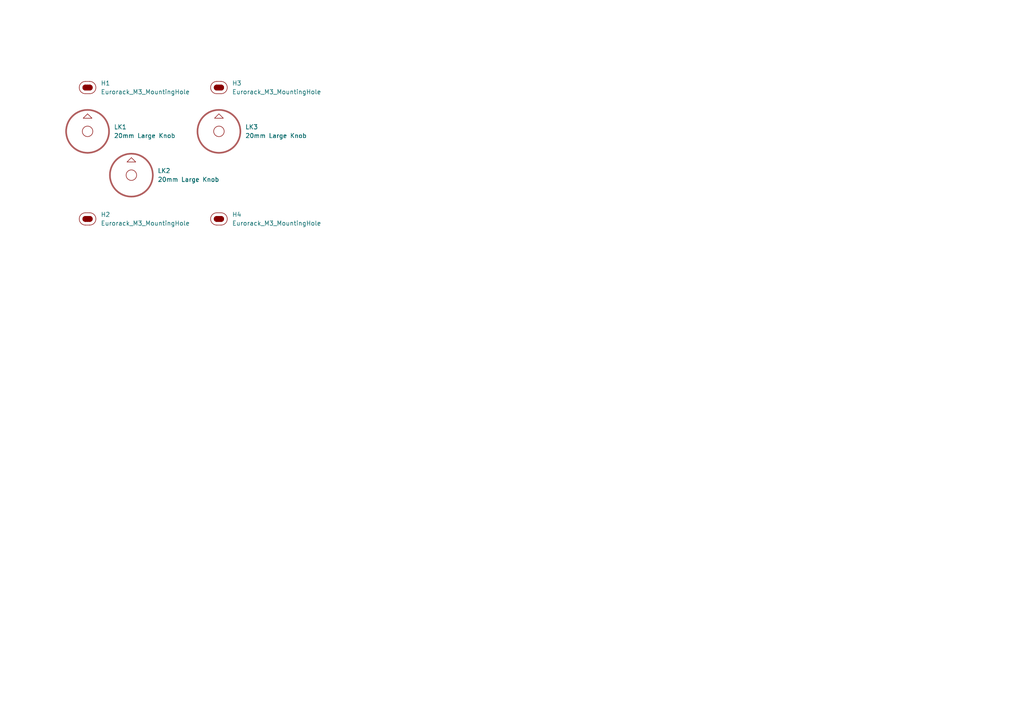
<source format=kicad_sch>
(kicad_sch (version 20250114) (generator "eeschema") (generator_version "9.0")
  (paper "A4")
  (lib_symbols
    (symbol "EXC:Eurorack_M3_MountingHole" (pin_names (offset 1.016))
      (property "Reference" "H" (at 0 5.08 0))
      (property "Value" "Eurorack_M3_MountingHole" (at 0 3.175 0))
      (symbol "Eurorack_M3_MountingHole_0_1"
        (polyline (pts (xy -0.635 0.762) (xy 0.635 0.762)))
        (circle (center -0.635 0) (radius 0.762) (fill (type outline)))
        (arc (start -0.635 -0.762) (mid -1.397 0) (end -0.635 0.762))
        (arc (start -0.635 -1.778) (mid -2.413 0) (end -0.635 1.778))
        (polyline (pts (xy -0.635 -0.762) (xy 0.635 -0.762)))
        (polyline (pts (xy -0.635 -1.778) (xy 0.635 -1.778)))
        (circle (center 0 0) (radius 0.762) (fill (type outline)))
        (polyline (pts (xy 0.635 1.778) (xy -0.635 1.778)))
        (arc (start 0.6141 1.778) (mid 2.4131 0) (end 0.6141 -1.778))
        (arc (start 0.6227 0.762) (mid 1.3971 0) (end 0.6227 -0.762))
        (circle (center 0.635 0) (radius 0.762) (fill (type outline)))
      )
    )
    (symbol "EXC:Knob_Large_20mm"
      (property "Reference" "LK" (at 0 7.366 0))
      (property "Value" "20mm Large Knob" (at 0.254 -7.366 0))
      (symbol "Knob_Large_20mm_0_1"
        (polyline (pts (xy 0 5.08) (xy -1.27 3.81) (xy 1.27 3.81) (xy 0 5.08)) (fill (type color)))
        (circle (center 0 0) (radius 1.524))
        (circle (center 0 0) (radius 6.096))
        (circle (center 0 0) (radius 6.35))
      )
    )
  )
  (symbol (lib_id "EXC:Knob_Large_20mm") (at 63.5 38.1 0) (unit 1)
    (property "Reference" "LK3" (at 71.12 36.8299 0) (effects (justify left)))
    (property "Value" "20mm Large Knob" (at 71.12 39.3699 0) (effects (justify left)))
    (property "Footprint" "EXC:Knob_Large_20mm" (effects (hide yes)))
    (property "Datasheet" "https://cdn-shop.adafruit.com/product-files/5528/Datasheet.pdf" (effects (hide yes)))
    (property "Description" "8-way panel-mount Rotary Selector" (effects (hide yes)))
    (property "Source" "https://www.adafruit.com/product/5528" (effects (hide yes)))
  )
  (symbol (lib_id "EXC:Eurorack_M3_MountingHole") (at 63.5 63.5 0) (unit 1)
    (property "Reference" "H4" (at 67.31 62.2299 0) (effects (justify left)))
    (property "Value" "Eurorack_M3_MountingHole" (at 67.31 64.7699 0) (effects (justify left)))
    (property "Footprint" "EXC:MountingHole_3.2mm_M3" (effects (hide yes)))
    (property "Description" "Mounting Hole without connection" (effects (hide yes)))
  )
  (symbol (lib_id "EXC:Eurorack_M3_MountingHole") (at 25.4 25.4 0) (unit 1)
    (property "Reference" "H1" (at 29.21 24.1299 0) (effects (justify left)))
    (property "Value" "Eurorack_M3_MountingHole" (at 29.21 26.6699 0) (effects (justify left)))
    (property "Footprint" "EXC:MountingHole_3.2mm_M3" (effects (hide yes)))
    (property "Description" "Mounting Hole without connection" (effects (hide yes)))
  )
  (symbol (lib_id "EXC:Eurorack_M3_MountingHole") (at 25.4 63.5 0) (unit 1)
    (property "Reference" "H2" (at 29.21 62.2299 0) (effects (justify left)))
    (property "Value" "Eurorack_M3_MountingHole" (at 29.21 64.7699 0) (effects (justify left)))
    (property "Footprint" "EXC:MountingHole_3.2mm_M3" (effects (hide yes)))
    (property "Description" "Mounting Hole without connection" (effects (hide yes)))
  )
  (symbol (lib_id "EXC:Eurorack_M3_MountingHole") (at 63.5 25.4 0) (unit 1)
    (property "Reference" "H3" (at 67.31 24.1299 0) (effects (justify left)))
    (property "Value" "Eurorack_M3_MountingHole" (at 67.31 26.6699 0) (effects (justify left)))
    (property "Footprint" "EXC:MountingHole_3.2mm_M3" (effects (hide yes)))
    (property "Description" "Mounting Hole without connection" (effects (hide yes)))
  )
  (symbol (lib_id "EXC:Knob_Large_20mm") (at 38.1 50.8 0) (unit 1)
    (property "Reference" "LK2" (at 45.72 49.5299 0) (effects (justify left)))
    (property "Value" "20mm Large Knob" (at 45.72 52.0699 0) (effects (justify left)))
    (property "Footprint" "EXC:Knob_Large_20mm" (effects (hide yes)))
    (property "Datasheet" "https://cdn-shop.adafruit.com/product-files/5528/Datasheet.pdf" (effects (hide yes)))
    (property "Description" "8-way panel-mount Rotary Selector" (effects (hide yes)))
    (property "Source" "https://www.adafruit.com/product/5528" (effects (hide yes)))
  )
  (symbol (lib_id "EXC:Knob_Large_20mm") (at 25.4 38.1 0) (unit 1)
    (property "Reference" "LK1" (at 33.02 36.8299 0) (effects (justify left)))
    (property "Value" "20mm Large Knob" (at 33.02 39.3699 0) (effects (justify left)))
    (property "Footprint" "EXC:Knob_Large_20mm" (effects (hide yes)))
    (property "Datasheet" "https://cdn-shop.adafruit.com/product-files/5528/Datasheet.pdf" (effects (hide yes)))
    (property "Description" "8-way panel-mount Rotary Selector" (effects (hide yes)))
    (property "Source" "https://www.adafruit.com/product/5528" (effects (hide yes)))
  )
)
</source>
